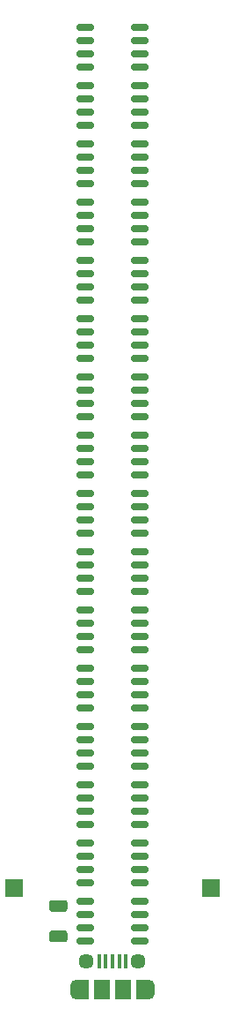
<source format=gbr>
%TF.GenerationSoftware,KiCad,Pcbnew,5.1.9*%
%TF.CreationDate,2021-04-30T20:41:33+02:00*%
%TF.ProjectId,AnalogThermometer,416e616c-6f67-4546-9865-726d6f6d6574,rev?*%
%TF.SameCoordinates,Original*%
%TF.FileFunction,Soldermask,Bot*%
%TF.FilePolarity,Negative*%
%FSLAX46Y46*%
G04 Gerber Fmt 4.6, Leading zero omitted, Abs format (unit mm)*
G04 Created by KiCad (PCBNEW 5.1.9) date 2021-04-30 20:41:33*
%MOMM*%
%LPD*%
G01*
G04 APERTURE LIST*
%ADD10R,1.500000X1.900000*%
%ADD11C,1.450000*%
%ADD12R,0.400000X1.350000*%
%ADD13O,1.200000X1.900000*%
%ADD14R,1.200000X1.900000*%
%ADD15R,1.700000X1.700000*%
G04 APERTURE END LIST*
%TO.C,R2*%
G36*
G01*
X27612503Y-113150000D02*
X26362497Y-113150000D01*
G75*
G02*
X26112500Y-112900003I0J249997D01*
G01*
X26112500Y-112274997D01*
G75*
G02*
X26362497Y-112025000I249997J0D01*
G01*
X27612503Y-112025000D01*
G75*
G02*
X27862500Y-112274997I0J-249997D01*
G01*
X27862500Y-112900003D01*
G75*
G02*
X27612503Y-113150000I-249997J0D01*
G01*
G37*
G36*
G01*
X27612503Y-110225000D02*
X26362497Y-110225000D01*
G75*
G02*
X26112500Y-109975003I0J249997D01*
G01*
X26112500Y-109349997D01*
G75*
G02*
X26362497Y-109100000I249997J0D01*
G01*
X27612503Y-109100000D01*
G75*
G02*
X27862500Y-109349997I0J-249997D01*
G01*
X27862500Y-109975003D01*
G75*
G02*
X27612503Y-110225000I-249997J0D01*
G01*
G37*
%TD*%
%TO.C,U2*%
G36*
G01*
X28744500Y-113180000D02*
X28744500Y-112880000D01*
G75*
G02*
X28894500Y-112730000I150000J0D01*
G01*
X30244500Y-112730000D01*
G75*
G02*
X30394500Y-112880000I0J-150000D01*
G01*
X30394500Y-113180000D01*
G75*
G02*
X30244500Y-113330000I-150000J0D01*
G01*
X28894500Y-113330000D01*
G75*
G02*
X28744500Y-113180000I0J150000D01*
G01*
G37*
G36*
G01*
X28744500Y-111910000D02*
X28744500Y-111610000D01*
G75*
G02*
X28894500Y-111460000I150000J0D01*
G01*
X30244500Y-111460000D01*
G75*
G02*
X30394500Y-111610000I0J-150000D01*
G01*
X30394500Y-111910000D01*
G75*
G02*
X30244500Y-112060000I-150000J0D01*
G01*
X28894500Y-112060000D01*
G75*
G02*
X28744500Y-111910000I0J150000D01*
G01*
G37*
G36*
G01*
X28744500Y-110640000D02*
X28744500Y-110340000D01*
G75*
G02*
X28894500Y-110190000I150000J0D01*
G01*
X30244500Y-110190000D01*
G75*
G02*
X30394500Y-110340000I0J-150000D01*
G01*
X30394500Y-110640000D01*
G75*
G02*
X30244500Y-110790000I-150000J0D01*
G01*
X28894500Y-110790000D01*
G75*
G02*
X28744500Y-110640000I0J150000D01*
G01*
G37*
G36*
G01*
X28744500Y-109370000D02*
X28744500Y-109070000D01*
G75*
G02*
X28894500Y-108920000I150000J0D01*
G01*
X30244500Y-108920000D01*
G75*
G02*
X30394500Y-109070000I0J-150000D01*
G01*
X30394500Y-109370000D01*
G75*
G02*
X30244500Y-109520000I-150000J0D01*
G01*
X28894500Y-109520000D01*
G75*
G02*
X28744500Y-109370000I0J150000D01*
G01*
G37*
G36*
G01*
X33994500Y-109370000D02*
X33994500Y-109070000D01*
G75*
G02*
X34144500Y-108920000I150000J0D01*
G01*
X35494500Y-108920000D01*
G75*
G02*
X35644500Y-109070000I0J-150000D01*
G01*
X35644500Y-109370000D01*
G75*
G02*
X35494500Y-109520000I-150000J0D01*
G01*
X34144500Y-109520000D01*
G75*
G02*
X33994500Y-109370000I0J150000D01*
G01*
G37*
G36*
G01*
X33994500Y-110640000D02*
X33994500Y-110340000D01*
G75*
G02*
X34144500Y-110190000I150000J0D01*
G01*
X35494500Y-110190000D01*
G75*
G02*
X35644500Y-110340000I0J-150000D01*
G01*
X35644500Y-110640000D01*
G75*
G02*
X35494500Y-110790000I-150000J0D01*
G01*
X34144500Y-110790000D01*
G75*
G02*
X33994500Y-110640000I0J150000D01*
G01*
G37*
G36*
G01*
X33994500Y-111910000D02*
X33994500Y-111610000D01*
G75*
G02*
X34144500Y-111460000I150000J0D01*
G01*
X35494500Y-111460000D01*
G75*
G02*
X35644500Y-111610000I0J-150000D01*
G01*
X35644500Y-111910000D01*
G75*
G02*
X35494500Y-112060000I-150000J0D01*
G01*
X34144500Y-112060000D01*
G75*
G02*
X33994500Y-111910000I0J150000D01*
G01*
G37*
G36*
G01*
X33994500Y-113180000D02*
X33994500Y-112880000D01*
G75*
G02*
X34144500Y-112730000I150000J0D01*
G01*
X35494500Y-112730000D01*
G75*
G02*
X35644500Y-112880000I0J-150000D01*
G01*
X35644500Y-113180000D01*
G75*
G02*
X35494500Y-113330000I-150000J0D01*
G01*
X34144500Y-113330000D01*
G75*
G02*
X33994500Y-113180000I0J150000D01*
G01*
G37*
%TD*%
%TO.C,U3*%
G36*
G01*
X33994500Y-29360000D02*
X33994500Y-29060000D01*
G75*
G02*
X34144500Y-28910000I150000J0D01*
G01*
X35494500Y-28910000D01*
G75*
G02*
X35644500Y-29060000I0J-150000D01*
G01*
X35644500Y-29360000D01*
G75*
G02*
X35494500Y-29510000I-150000J0D01*
G01*
X34144500Y-29510000D01*
G75*
G02*
X33994500Y-29360000I0J150000D01*
G01*
G37*
G36*
G01*
X33994500Y-28090000D02*
X33994500Y-27790000D01*
G75*
G02*
X34144500Y-27640000I150000J0D01*
G01*
X35494500Y-27640000D01*
G75*
G02*
X35644500Y-27790000I0J-150000D01*
G01*
X35644500Y-28090000D01*
G75*
G02*
X35494500Y-28240000I-150000J0D01*
G01*
X34144500Y-28240000D01*
G75*
G02*
X33994500Y-28090000I0J150000D01*
G01*
G37*
G36*
G01*
X33994500Y-26820000D02*
X33994500Y-26520000D01*
G75*
G02*
X34144500Y-26370000I150000J0D01*
G01*
X35494500Y-26370000D01*
G75*
G02*
X35644500Y-26520000I0J-150000D01*
G01*
X35644500Y-26820000D01*
G75*
G02*
X35494500Y-26970000I-150000J0D01*
G01*
X34144500Y-26970000D01*
G75*
G02*
X33994500Y-26820000I0J150000D01*
G01*
G37*
G36*
G01*
X33994500Y-25550000D02*
X33994500Y-25250000D01*
G75*
G02*
X34144500Y-25100000I150000J0D01*
G01*
X35494500Y-25100000D01*
G75*
G02*
X35644500Y-25250000I0J-150000D01*
G01*
X35644500Y-25550000D01*
G75*
G02*
X35494500Y-25700000I-150000J0D01*
G01*
X34144500Y-25700000D01*
G75*
G02*
X33994500Y-25550000I0J150000D01*
G01*
G37*
G36*
G01*
X28744500Y-25550000D02*
X28744500Y-25250000D01*
G75*
G02*
X28894500Y-25100000I150000J0D01*
G01*
X30244500Y-25100000D01*
G75*
G02*
X30394500Y-25250000I0J-150000D01*
G01*
X30394500Y-25550000D01*
G75*
G02*
X30244500Y-25700000I-150000J0D01*
G01*
X28894500Y-25700000D01*
G75*
G02*
X28744500Y-25550000I0J150000D01*
G01*
G37*
G36*
G01*
X28744500Y-26820000D02*
X28744500Y-26520000D01*
G75*
G02*
X28894500Y-26370000I150000J0D01*
G01*
X30244500Y-26370000D01*
G75*
G02*
X30394500Y-26520000I0J-150000D01*
G01*
X30394500Y-26820000D01*
G75*
G02*
X30244500Y-26970000I-150000J0D01*
G01*
X28894500Y-26970000D01*
G75*
G02*
X28744500Y-26820000I0J150000D01*
G01*
G37*
G36*
G01*
X28744500Y-28090000D02*
X28744500Y-27790000D01*
G75*
G02*
X28894500Y-27640000I150000J0D01*
G01*
X30244500Y-27640000D01*
G75*
G02*
X30394500Y-27790000I0J-150000D01*
G01*
X30394500Y-28090000D01*
G75*
G02*
X30244500Y-28240000I-150000J0D01*
G01*
X28894500Y-28240000D01*
G75*
G02*
X28744500Y-28090000I0J150000D01*
G01*
G37*
G36*
G01*
X28744500Y-29360000D02*
X28744500Y-29060000D01*
G75*
G02*
X28894500Y-28910000I150000J0D01*
G01*
X30244500Y-28910000D01*
G75*
G02*
X30394500Y-29060000I0J-150000D01*
G01*
X30394500Y-29360000D01*
G75*
G02*
X30244500Y-29510000I-150000J0D01*
G01*
X28894500Y-29510000D01*
G75*
G02*
X28744500Y-29360000I0J150000D01*
G01*
G37*
%TD*%
%TO.C,U4*%
G36*
G01*
X28744500Y-34948000D02*
X28744500Y-34648000D01*
G75*
G02*
X28894500Y-34498000I150000J0D01*
G01*
X30244500Y-34498000D01*
G75*
G02*
X30394500Y-34648000I0J-150000D01*
G01*
X30394500Y-34948000D01*
G75*
G02*
X30244500Y-35098000I-150000J0D01*
G01*
X28894500Y-35098000D01*
G75*
G02*
X28744500Y-34948000I0J150000D01*
G01*
G37*
G36*
G01*
X28744500Y-33678000D02*
X28744500Y-33378000D01*
G75*
G02*
X28894500Y-33228000I150000J0D01*
G01*
X30244500Y-33228000D01*
G75*
G02*
X30394500Y-33378000I0J-150000D01*
G01*
X30394500Y-33678000D01*
G75*
G02*
X30244500Y-33828000I-150000J0D01*
G01*
X28894500Y-33828000D01*
G75*
G02*
X28744500Y-33678000I0J150000D01*
G01*
G37*
G36*
G01*
X28744500Y-32408000D02*
X28744500Y-32108000D01*
G75*
G02*
X28894500Y-31958000I150000J0D01*
G01*
X30244500Y-31958000D01*
G75*
G02*
X30394500Y-32108000I0J-150000D01*
G01*
X30394500Y-32408000D01*
G75*
G02*
X30244500Y-32558000I-150000J0D01*
G01*
X28894500Y-32558000D01*
G75*
G02*
X28744500Y-32408000I0J150000D01*
G01*
G37*
G36*
G01*
X28744500Y-31138000D02*
X28744500Y-30838000D01*
G75*
G02*
X28894500Y-30688000I150000J0D01*
G01*
X30244500Y-30688000D01*
G75*
G02*
X30394500Y-30838000I0J-150000D01*
G01*
X30394500Y-31138000D01*
G75*
G02*
X30244500Y-31288000I-150000J0D01*
G01*
X28894500Y-31288000D01*
G75*
G02*
X28744500Y-31138000I0J150000D01*
G01*
G37*
G36*
G01*
X33994500Y-31138000D02*
X33994500Y-30838000D01*
G75*
G02*
X34144500Y-30688000I150000J0D01*
G01*
X35494500Y-30688000D01*
G75*
G02*
X35644500Y-30838000I0J-150000D01*
G01*
X35644500Y-31138000D01*
G75*
G02*
X35494500Y-31288000I-150000J0D01*
G01*
X34144500Y-31288000D01*
G75*
G02*
X33994500Y-31138000I0J150000D01*
G01*
G37*
G36*
G01*
X33994500Y-32408000D02*
X33994500Y-32108000D01*
G75*
G02*
X34144500Y-31958000I150000J0D01*
G01*
X35494500Y-31958000D01*
G75*
G02*
X35644500Y-32108000I0J-150000D01*
G01*
X35644500Y-32408000D01*
G75*
G02*
X35494500Y-32558000I-150000J0D01*
G01*
X34144500Y-32558000D01*
G75*
G02*
X33994500Y-32408000I0J150000D01*
G01*
G37*
G36*
G01*
X33994500Y-33678000D02*
X33994500Y-33378000D01*
G75*
G02*
X34144500Y-33228000I150000J0D01*
G01*
X35494500Y-33228000D01*
G75*
G02*
X35644500Y-33378000I0J-150000D01*
G01*
X35644500Y-33678000D01*
G75*
G02*
X35494500Y-33828000I-150000J0D01*
G01*
X34144500Y-33828000D01*
G75*
G02*
X33994500Y-33678000I0J150000D01*
G01*
G37*
G36*
G01*
X33994500Y-34948000D02*
X33994500Y-34648000D01*
G75*
G02*
X34144500Y-34498000I150000J0D01*
G01*
X35494500Y-34498000D01*
G75*
G02*
X35644500Y-34648000I0J-150000D01*
G01*
X35644500Y-34948000D01*
G75*
G02*
X35494500Y-35098000I-150000J0D01*
G01*
X34144500Y-35098000D01*
G75*
G02*
X33994500Y-34948000I0J150000D01*
G01*
G37*
%TD*%
%TO.C,U5*%
G36*
G01*
X28744500Y-40536000D02*
X28744500Y-40236000D01*
G75*
G02*
X28894500Y-40086000I150000J0D01*
G01*
X30244500Y-40086000D01*
G75*
G02*
X30394500Y-40236000I0J-150000D01*
G01*
X30394500Y-40536000D01*
G75*
G02*
X30244500Y-40686000I-150000J0D01*
G01*
X28894500Y-40686000D01*
G75*
G02*
X28744500Y-40536000I0J150000D01*
G01*
G37*
G36*
G01*
X28744500Y-39266000D02*
X28744500Y-38966000D01*
G75*
G02*
X28894500Y-38816000I150000J0D01*
G01*
X30244500Y-38816000D01*
G75*
G02*
X30394500Y-38966000I0J-150000D01*
G01*
X30394500Y-39266000D01*
G75*
G02*
X30244500Y-39416000I-150000J0D01*
G01*
X28894500Y-39416000D01*
G75*
G02*
X28744500Y-39266000I0J150000D01*
G01*
G37*
G36*
G01*
X28744500Y-37996000D02*
X28744500Y-37696000D01*
G75*
G02*
X28894500Y-37546000I150000J0D01*
G01*
X30244500Y-37546000D01*
G75*
G02*
X30394500Y-37696000I0J-150000D01*
G01*
X30394500Y-37996000D01*
G75*
G02*
X30244500Y-38146000I-150000J0D01*
G01*
X28894500Y-38146000D01*
G75*
G02*
X28744500Y-37996000I0J150000D01*
G01*
G37*
G36*
G01*
X28744500Y-36726000D02*
X28744500Y-36426000D01*
G75*
G02*
X28894500Y-36276000I150000J0D01*
G01*
X30244500Y-36276000D01*
G75*
G02*
X30394500Y-36426000I0J-150000D01*
G01*
X30394500Y-36726000D01*
G75*
G02*
X30244500Y-36876000I-150000J0D01*
G01*
X28894500Y-36876000D01*
G75*
G02*
X28744500Y-36726000I0J150000D01*
G01*
G37*
G36*
G01*
X33994500Y-36726000D02*
X33994500Y-36426000D01*
G75*
G02*
X34144500Y-36276000I150000J0D01*
G01*
X35494500Y-36276000D01*
G75*
G02*
X35644500Y-36426000I0J-150000D01*
G01*
X35644500Y-36726000D01*
G75*
G02*
X35494500Y-36876000I-150000J0D01*
G01*
X34144500Y-36876000D01*
G75*
G02*
X33994500Y-36726000I0J150000D01*
G01*
G37*
G36*
G01*
X33994500Y-37996000D02*
X33994500Y-37696000D01*
G75*
G02*
X34144500Y-37546000I150000J0D01*
G01*
X35494500Y-37546000D01*
G75*
G02*
X35644500Y-37696000I0J-150000D01*
G01*
X35644500Y-37996000D01*
G75*
G02*
X35494500Y-38146000I-150000J0D01*
G01*
X34144500Y-38146000D01*
G75*
G02*
X33994500Y-37996000I0J150000D01*
G01*
G37*
G36*
G01*
X33994500Y-39266000D02*
X33994500Y-38966000D01*
G75*
G02*
X34144500Y-38816000I150000J0D01*
G01*
X35494500Y-38816000D01*
G75*
G02*
X35644500Y-38966000I0J-150000D01*
G01*
X35644500Y-39266000D01*
G75*
G02*
X35494500Y-39416000I-150000J0D01*
G01*
X34144500Y-39416000D01*
G75*
G02*
X33994500Y-39266000I0J150000D01*
G01*
G37*
G36*
G01*
X33994500Y-40536000D02*
X33994500Y-40236000D01*
G75*
G02*
X34144500Y-40086000I150000J0D01*
G01*
X35494500Y-40086000D01*
G75*
G02*
X35644500Y-40236000I0J-150000D01*
G01*
X35644500Y-40536000D01*
G75*
G02*
X35494500Y-40686000I-150000J0D01*
G01*
X34144500Y-40686000D01*
G75*
G02*
X33994500Y-40536000I0J150000D01*
G01*
G37*
%TD*%
%TO.C,U6*%
G36*
G01*
X28744500Y-46124000D02*
X28744500Y-45824000D01*
G75*
G02*
X28894500Y-45674000I150000J0D01*
G01*
X30244500Y-45674000D01*
G75*
G02*
X30394500Y-45824000I0J-150000D01*
G01*
X30394500Y-46124000D01*
G75*
G02*
X30244500Y-46274000I-150000J0D01*
G01*
X28894500Y-46274000D01*
G75*
G02*
X28744500Y-46124000I0J150000D01*
G01*
G37*
G36*
G01*
X28744500Y-44854000D02*
X28744500Y-44554000D01*
G75*
G02*
X28894500Y-44404000I150000J0D01*
G01*
X30244500Y-44404000D01*
G75*
G02*
X30394500Y-44554000I0J-150000D01*
G01*
X30394500Y-44854000D01*
G75*
G02*
X30244500Y-45004000I-150000J0D01*
G01*
X28894500Y-45004000D01*
G75*
G02*
X28744500Y-44854000I0J150000D01*
G01*
G37*
G36*
G01*
X28744500Y-43584000D02*
X28744500Y-43284000D01*
G75*
G02*
X28894500Y-43134000I150000J0D01*
G01*
X30244500Y-43134000D01*
G75*
G02*
X30394500Y-43284000I0J-150000D01*
G01*
X30394500Y-43584000D01*
G75*
G02*
X30244500Y-43734000I-150000J0D01*
G01*
X28894500Y-43734000D01*
G75*
G02*
X28744500Y-43584000I0J150000D01*
G01*
G37*
G36*
G01*
X28744500Y-42314000D02*
X28744500Y-42014000D01*
G75*
G02*
X28894500Y-41864000I150000J0D01*
G01*
X30244500Y-41864000D01*
G75*
G02*
X30394500Y-42014000I0J-150000D01*
G01*
X30394500Y-42314000D01*
G75*
G02*
X30244500Y-42464000I-150000J0D01*
G01*
X28894500Y-42464000D01*
G75*
G02*
X28744500Y-42314000I0J150000D01*
G01*
G37*
G36*
G01*
X33994500Y-42314000D02*
X33994500Y-42014000D01*
G75*
G02*
X34144500Y-41864000I150000J0D01*
G01*
X35494500Y-41864000D01*
G75*
G02*
X35644500Y-42014000I0J-150000D01*
G01*
X35644500Y-42314000D01*
G75*
G02*
X35494500Y-42464000I-150000J0D01*
G01*
X34144500Y-42464000D01*
G75*
G02*
X33994500Y-42314000I0J150000D01*
G01*
G37*
G36*
G01*
X33994500Y-43584000D02*
X33994500Y-43284000D01*
G75*
G02*
X34144500Y-43134000I150000J0D01*
G01*
X35494500Y-43134000D01*
G75*
G02*
X35644500Y-43284000I0J-150000D01*
G01*
X35644500Y-43584000D01*
G75*
G02*
X35494500Y-43734000I-150000J0D01*
G01*
X34144500Y-43734000D01*
G75*
G02*
X33994500Y-43584000I0J150000D01*
G01*
G37*
G36*
G01*
X33994500Y-44854000D02*
X33994500Y-44554000D01*
G75*
G02*
X34144500Y-44404000I150000J0D01*
G01*
X35494500Y-44404000D01*
G75*
G02*
X35644500Y-44554000I0J-150000D01*
G01*
X35644500Y-44854000D01*
G75*
G02*
X35494500Y-45004000I-150000J0D01*
G01*
X34144500Y-45004000D01*
G75*
G02*
X33994500Y-44854000I0J150000D01*
G01*
G37*
G36*
G01*
X33994500Y-46124000D02*
X33994500Y-45824000D01*
G75*
G02*
X34144500Y-45674000I150000J0D01*
G01*
X35494500Y-45674000D01*
G75*
G02*
X35644500Y-45824000I0J-150000D01*
G01*
X35644500Y-46124000D01*
G75*
G02*
X35494500Y-46274000I-150000J0D01*
G01*
X34144500Y-46274000D01*
G75*
G02*
X33994500Y-46124000I0J150000D01*
G01*
G37*
%TD*%
%TO.C,U7*%
G36*
G01*
X33994500Y-51712000D02*
X33994500Y-51412000D01*
G75*
G02*
X34144500Y-51262000I150000J0D01*
G01*
X35494500Y-51262000D01*
G75*
G02*
X35644500Y-51412000I0J-150000D01*
G01*
X35644500Y-51712000D01*
G75*
G02*
X35494500Y-51862000I-150000J0D01*
G01*
X34144500Y-51862000D01*
G75*
G02*
X33994500Y-51712000I0J150000D01*
G01*
G37*
G36*
G01*
X33994500Y-50442000D02*
X33994500Y-50142000D01*
G75*
G02*
X34144500Y-49992000I150000J0D01*
G01*
X35494500Y-49992000D01*
G75*
G02*
X35644500Y-50142000I0J-150000D01*
G01*
X35644500Y-50442000D01*
G75*
G02*
X35494500Y-50592000I-150000J0D01*
G01*
X34144500Y-50592000D01*
G75*
G02*
X33994500Y-50442000I0J150000D01*
G01*
G37*
G36*
G01*
X33994500Y-49172000D02*
X33994500Y-48872000D01*
G75*
G02*
X34144500Y-48722000I150000J0D01*
G01*
X35494500Y-48722000D01*
G75*
G02*
X35644500Y-48872000I0J-150000D01*
G01*
X35644500Y-49172000D01*
G75*
G02*
X35494500Y-49322000I-150000J0D01*
G01*
X34144500Y-49322000D01*
G75*
G02*
X33994500Y-49172000I0J150000D01*
G01*
G37*
G36*
G01*
X33994500Y-47902000D02*
X33994500Y-47602000D01*
G75*
G02*
X34144500Y-47452000I150000J0D01*
G01*
X35494500Y-47452000D01*
G75*
G02*
X35644500Y-47602000I0J-150000D01*
G01*
X35644500Y-47902000D01*
G75*
G02*
X35494500Y-48052000I-150000J0D01*
G01*
X34144500Y-48052000D01*
G75*
G02*
X33994500Y-47902000I0J150000D01*
G01*
G37*
G36*
G01*
X28744500Y-47902000D02*
X28744500Y-47602000D01*
G75*
G02*
X28894500Y-47452000I150000J0D01*
G01*
X30244500Y-47452000D01*
G75*
G02*
X30394500Y-47602000I0J-150000D01*
G01*
X30394500Y-47902000D01*
G75*
G02*
X30244500Y-48052000I-150000J0D01*
G01*
X28894500Y-48052000D01*
G75*
G02*
X28744500Y-47902000I0J150000D01*
G01*
G37*
G36*
G01*
X28744500Y-49172000D02*
X28744500Y-48872000D01*
G75*
G02*
X28894500Y-48722000I150000J0D01*
G01*
X30244500Y-48722000D01*
G75*
G02*
X30394500Y-48872000I0J-150000D01*
G01*
X30394500Y-49172000D01*
G75*
G02*
X30244500Y-49322000I-150000J0D01*
G01*
X28894500Y-49322000D01*
G75*
G02*
X28744500Y-49172000I0J150000D01*
G01*
G37*
G36*
G01*
X28744500Y-50442000D02*
X28744500Y-50142000D01*
G75*
G02*
X28894500Y-49992000I150000J0D01*
G01*
X30244500Y-49992000D01*
G75*
G02*
X30394500Y-50142000I0J-150000D01*
G01*
X30394500Y-50442000D01*
G75*
G02*
X30244500Y-50592000I-150000J0D01*
G01*
X28894500Y-50592000D01*
G75*
G02*
X28744500Y-50442000I0J150000D01*
G01*
G37*
G36*
G01*
X28744500Y-51712000D02*
X28744500Y-51412000D01*
G75*
G02*
X28894500Y-51262000I150000J0D01*
G01*
X30244500Y-51262000D01*
G75*
G02*
X30394500Y-51412000I0J-150000D01*
G01*
X30394500Y-51712000D01*
G75*
G02*
X30244500Y-51862000I-150000J0D01*
G01*
X28894500Y-51862000D01*
G75*
G02*
X28744500Y-51712000I0J150000D01*
G01*
G37*
%TD*%
%TO.C,U8*%
G36*
G01*
X33994500Y-57300000D02*
X33994500Y-57000000D01*
G75*
G02*
X34144500Y-56850000I150000J0D01*
G01*
X35494500Y-56850000D01*
G75*
G02*
X35644500Y-57000000I0J-150000D01*
G01*
X35644500Y-57300000D01*
G75*
G02*
X35494500Y-57450000I-150000J0D01*
G01*
X34144500Y-57450000D01*
G75*
G02*
X33994500Y-57300000I0J150000D01*
G01*
G37*
G36*
G01*
X33994500Y-56030000D02*
X33994500Y-55730000D01*
G75*
G02*
X34144500Y-55580000I150000J0D01*
G01*
X35494500Y-55580000D01*
G75*
G02*
X35644500Y-55730000I0J-150000D01*
G01*
X35644500Y-56030000D01*
G75*
G02*
X35494500Y-56180000I-150000J0D01*
G01*
X34144500Y-56180000D01*
G75*
G02*
X33994500Y-56030000I0J150000D01*
G01*
G37*
G36*
G01*
X33994500Y-54760000D02*
X33994500Y-54460000D01*
G75*
G02*
X34144500Y-54310000I150000J0D01*
G01*
X35494500Y-54310000D01*
G75*
G02*
X35644500Y-54460000I0J-150000D01*
G01*
X35644500Y-54760000D01*
G75*
G02*
X35494500Y-54910000I-150000J0D01*
G01*
X34144500Y-54910000D01*
G75*
G02*
X33994500Y-54760000I0J150000D01*
G01*
G37*
G36*
G01*
X33994500Y-53490000D02*
X33994500Y-53190000D01*
G75*
G02*
X34144500Y-53040000I150000J0D01*
G01*
X35494500Y-53040000D01*
G75*
G02*
X35644500Y-53190000I0J-150000D01*
G01*
X35644500Y-53490000D01*
G75*
G02*
X35494500Y-53640000I-150000J0D01*
G01*
X34144500Y-53640000D01*
G75*
G02*
X33994500Y-53490000I0J150000D01*
G01*
G37*
G36*
G01*
X28744500Y-53490000D02*
X28744500Y-53190000D01*
G75*
G02*
X28894500Y-53040000I150000J0D01*
G01*
X30244500Y-53040000D01*
G75*
G02*
X30394500Y-53190000I0J-150000D01*
G01*
X30394500Y-53490000D01*
G75*
G02*
X30244500Y-53640000I-150000J0D01*
G01*
X28894500Y-53640000D01*
G75*
G02*
X28744500Y-53490000I0J150000D01*
G01*
G37*
G36*
G01*
X28744500Y-54760000D02*
X28744500Y-54460000D01*
G75*
G02*
X28894500Y-54310000I150000J0D01*
G01*
X30244500Y-54310000D01*
G75*
G02*
X30394500Y-54460000I0J-150000D01*
G01*
X30394500Y-54760000D01*
G75*
G02*
X30244500Y-54910000I-150000J0D01*
G01*
X28894500Y-54910000D01*
G75*
G02*
X28744500Y-54760000I0J150000D01*
G01*
G37*
G36*
G01*
X28744500Y-56030000D02*
X28744500Y-55730000D01*
G75*
G02*
X28894500Y-55580000I150000J0D01*
G01*
X30244500Y-55580000D01*
G75*
G02*
X30394500Y-55730000I0J-150000D01*
G01*
X30394500Y-56030000D01*
G75*
G02*
X30244500Y-56180000I-150000J0D01*
G01*
X28894500Y-56180000D01*
G75*
G02*
X28744500Y-56030000I0J150000D01*
G01*
G37*
G36*
G01*
X28744500Y-57300000D02*
X28744500Y-57000000D01*
G75*
G02*
X28894500Y-56850000I150000J0D01*
G01*
X30244500Y-56850000D01*
G75*
G02*
X30394500Y-57000000I0J-150000D01*
G01*
X30394500Y-57300000D01*
G75*
G02*
X30244500Y-57450000I-150000J0D01*
G01*
X28894500Y-57450000D01*
G75*
G02*
X28744500Y-57300000I0J150000D01*
G01*
G37*
%TD*%
%TO.C,U9*%
G36*
G01*
X28744500Y-62888000D02*
X28744500Y-62588000D01*
G75*
G02*
X28894500Y-62438000I150000J0D01*
G01*
X30244500Y-62438000D01*
G75*
G02*
X30394500Y-62588000I0J-150000D01*
G01*
X30394500Y-62888000D01*
G75*
G02*
X30244500Y-63038000I-150000J0D01*
G01*
X28894500Y-63038000D01*
G75*
G02*
X28744500Y-62888000I0J150000D01*
G01*
G37*
G36*
G01*
X28744500Y-61618000D02*
X28744500Y-61318000D01*
G75*
G02*
X28894500Y-61168000I150000J0D01*
G01*
X30244500Y-61168000D01*
G75*
G02*
X30394500Y-61318000I0J-150000D01*
G01*
X30394500Y-61618000D01*
G75*
G02*
X30244500Y-61768000I-150000J0D01*
G01*
X28894500Y-61768000D01*
G75*
G02*
X28744500Y-61618000I0J150000D01*
G01*
G37*
G36*
G01*
X28744500Y-60348000D02*
X28744500Y-60048000D01*
G75*
G02*
X28894500Y-59898000I150000J0D01*
G01*
X30244500Y-59898000D01*
G75*
G02*
X30394500Y-60048000I0J-150000D01*
G01*
X30394500Y-60348000D01*
G75*
G02*
X30244500Y-60498000I-150000J0D01*
G01*
X28894500Y-60498000D01*
G75*
G02*
X28744500Y-60348000I0J150000D01*
G01*
G37*
G36*
G01*
X28744500Y-59078000D02*
X28744500Y-58778000D01*
G75*
G02*
X28894500Y-58628000I150000J0D01*
G01*
X30244500Y-58628000D01*
G75*
G02*
X30394500Y-58778000I0J-150000D01*
G01*
X30394500Y-59078000D01*
G75*
G02*
X30244500Y-59228000I-150000J0D01*
G01*
X28894500Y-59228000D01*
G75*
G02*
X28744500Y-59078000I0J150000D01*
G01*
G37*
G36*
G01*
X33994500Y-59078000D02*
X33994500Y-58778000D01*
G75*
G02*
X34144500Y-58628000I150000J0D01*
G01*
X35494500Y-58628000D01*
G75*
G02*
X35644500Y-58778000I0J-150000D01*
G01*
X35644500Y-59078000D01*
G75*
G02*
X35494500Y-59228000I-150000J0D01*
G01*
X34144500Y-59228000D01*
G75*
G02*
X33994500Y-59078000I0J150000D01*
G01*
G37*
G36*
G01*
X33994500Y-60348000D02*
X33994500Y-60048000D01*
G75*
G02*
X34144500Y-59898000I150000J0D01*
G01*
X35494500Y-59898000D01*
G75*
G02*
X35644500Y-60048000I0J-150000D01*
G01*
X35644500Y-60348000D01*
G75*
G02*
X35494500Y-60498000I-150000J0D01*
G01*
X34144500Y-60498000D01*
G75*
G02*
X33994500Y-60348000I0J150000D01*
G01*
G37*
G36*
G01*
X33994500Y-61618000D02*
X33994500Y-61318000D01*
G75*
G02*
X34144500Y-61168000I150000J0D01*
G01*
X35494500Y-61168000D01*
G75*
G02*
X35644500Y-61318000I0J-150000D01*
G01*
X35644500Y-61618000D01*
G75*
G02*
X35494500Y-61768000I-150000J0D01*
G01*
X34144500Y-61768000D01*
G75*
G02*
X33994500Y-61618000I0J150000D01*
G01*
G37*
G36*
G01*
X33994500Y-62888000D02*
X33994500Y-62588000D01*
G75*
G02*
X34144500Y-62438000I150000J0D01*
G01*
X35494500Y-62438000D01*
G75*
G02*
X35644500Y-62588000I0J-150000D01*
G01*
X35644500Y-62888000D01*
G75*
G02*
X35494500Y-63038000I-150000J0D01*
G01*
X34144500Y-63038000D01*
G75*
G02*
X33994500Y-62888000I0J150000D01*
G01*
G37*
%TD*%
%TO.C,U10*%
G36*
G01*
X28744500Y-68476000D02*
X28744500Y-68176000D01*
G75*
G02*
X28894500Y-68026000I150000J0D01*
G01*
X30244500Y-68026000D01*
G75*
G02*
X30394500Y-68176000I0J-150000D01*
G01*
X30394500Y-68476000D01*
G75*
G02*
X30244500Y-68626000I-150000J0D01*
G01*
X28894500Y-68626000D01*
G75*
G02*
X28744500Y-68476000I0J150000D01*
G01*
G37*
G36*
G01*
X28744500Y-67206000D02*
X28744500Y-66906000D01*
G75*
G02*
X28894500Y-66756000I150000J0D01*
G01*
X30244500Y-66756000D01*
G75*
G02*
X30394500Y-66906000I0J-150000D01*
G01*
X30394500Y-67206000D01*
G75*
G02*
X30244500Y-67356000I-150000J0D01*
G01*
X28894500Y-67356000D01*
G75*
G02*
X28744500Y-67206000I0J150000D01*
G01*
G37*
G36*
G01*
X28744500Y-65936000D02*
X28744500Y-65636000D01*
G75*
G02*
X28894500Y-65486000I150000J0D01*
G01*
X30244500Y-65486000D01*
G75*
G02*
X30394500Y-65636000I0J-150000D01*
G01*
X30394500Y-65936000D01*
G75*
G02*
X30244500Y-66086000I-150000J0D01*
G01*
X28894500Y-66086000D01*
G75*
G02*
X28744500Y-65936000I0J150000D01*
G01*
G37*
G36*
G01*
X28744500Y-64666000D02*
X28744500Y-64366000D01*
G75*
G02*
X28894500Y-64216000I150000J0D01*
G01*
X30244500Y-64216000D01*
G75*
G02*
X30394500Y-64366000I0J-150000D01*
G01*
X30394500Y-64666000D01*
G75*
G02*
X30244500Y-64816000I-150000J0D01*
G01*
X28894500Y-64816000D01*
G75*
G02*
X28744500Y-64666000I0J150000D01*
G01*
G37*
G36*
G01*
X33994500Y-64666000D02*
X33994500Y-64366000D01*
G75*
G02*
X34144500Y-64216000I150000J0D01*
G01*
X35494500Y-64216000D01*
G75*
G02*
X35644500Y-64366000I0J-150000D01*
G01*
X35644500Y-64666000D01*
G75*
G02*
X35494500Y-64816000I-150000J0D01*
G01*
X34144500Y-64816000D01*
G75*
G02*
X33994500Y-64666000I0J150000D01*
G01*
G37*
G36*
G01*
X33994500Y-65936000D02*
X33994500Y-65636000D01*
G75*
G02*
X34144500Y-65486000I150000J0D01*
G01*
X35494500Y-65486000D01*
G75*
G02*
X35644500Y-65636000I0J-150000D01*
G01*
X35644500Y-65936000D01*
G75*
G02*
X35494500Y-66086000I-150000J0D01*
G01*
X34144500Y-66086000D01*
G75*
G02*
X33994500Y-65936000I0J150000D01*
G01*
G37*
G36*
G01*
X33994500Y-67206000D02*
X33994500Y-66906000D01*
G75*
G02*
X34144500Y-66756000I150000J0D01*
G01*
X35494500Y-66756000D01*
G75*
G02*
X35644500Y-66906000I0J-150000D01*
G01*
X35644500Y-67206000D01*
G75*
G02*
X35494500Y-67356000I-150000J0D01*
G01*
X34144500Y-67356000D01*
G75*
G02*
X33994500Y-67206000I0J150000D01*
G01*
G37*
G36*
G01*
X33994500Y-68476000D02*
X33994500Y-68176000D01*
G75*
G02*
X34144500Y-68026000I150000J0D01*
G01*
X35494500Y-68026000D01*
G75*
G02*
X35644500Y-68176000I0J-150000D01*
G01*
X35644500Y-68476000D01*
G75*
G02*
X35494500Y-68626000I-150000J0D01*
G01*
X34144500Y-68626000D01*
G75*
G02*
X33994500Y-68476000I0J150000D01*
G01*
G37*
%TD*%
%TO.C,U11*%
G36*
G01*
X28744500Y-74064000D02*
X28744500Y-73764000D01*
G75*
G02*
X28894500Y-73614000I150000J0D01*
G01*
X30244500Y-73614000D01*
G75*
G02*
X30394500Y-73764000I0J-150000D01*
G01*
X30394500Y-74064000D01*
G75*
G02*
X30244500Y-74214000I-150000J0D01*
G01*
X28894500Y-74214000D01*
G75*
G02*
X28744500Y-74064000I0J150000D01*
G01*
G37*
G36*
G01*
X28744500Y-72794000D02*
X28744500Y-72494000D01*
G75*
G02*
X28894500Y-72344000I150000J0D01*
G01*
X30244500Y-72344000D01*
G75*
G02*
X30394500Y-72494000I0J-150000D01*
G01*
X30394500Y-72794000D01*
G75*
G02*
X30244500Y-72944000I-150000J0D01*
G01*
X28894500Y-72944000D01*
G75*
G02*
X28744500Y-72794000I0J150000D01*
G01*
G37*
G36*
G01*
X28744500Y-71524000D02*
X28744500Y-71224000D01*
G75*
G02*
X28894500Y-71074000I150000J0D01*
G01*
X30244500Y-71074000D01*
G75*
G02*
X30394500Y-71224000I0J-150000D01*
G01*
X30394500Y-71524000D01*
G75*
G02*
X30244500Y-71674000I-150000J0D01*
G01*
X28894500Y-71674000D01*
G75*
G02*
X28744500Y-71524000I0J150000D01*
G01*
G37*
G36*
G01*
X28744500Y-70254000D02*
X28744500Y-69954000D01*
G75*
G02*
X28894500Y-69804000I150000J0D01*
G01*
X30244500Y-69804000D01*
G75*
G02*
X30394500Y-69954000I0J-150000D01*
G01*
X30394500Y-70254000D01*
G75*
G02*
X30244500Y-70404000I-150000J0D01*
G01*
X28894500Y-70404000D01*
G75*
G02*
X28744500Y-70254000I0J150000D01*
G01*
G37*
G36*
G01*
X33994500Y-70254000D02*
X33994500Y-69954000D01*
G75*
G02*
X34144500Y-69804000I150000J0D01*
G01*
X35494500Y-69804000D01*
G75*
G02*
X35644500Y-69954000I0J-150000D01*
G01*
X35644500Y-70254000D01*
G75*
G02*
X35494500Y-70404000I-150000J0D01*
G01*
X34144500Y-70404000D01*
G75*
G02*
X33994500Y-70254000I0J150000D01*
G01*
G37*
G36*
G01*
X33994500Y-71524000D02*
X33994500Y-71224000D01*
G75*
G02*
X34144500Y-71074000I150000J0D01*
G01*
X35494500Y-71074000D01*
G75*
G02*
X35644500Y-71224000I0J-150000D01*
G01*
X35644500Y-71524000D01*
G75*
G02*
X35494500Y-71674000I-150000J0D01*
G01*
X34144500Y-71674000D01*
G75*
G02*
X33994500Y-71524000I0J150000D01*
G01*
G37*
G36*
G01*
X33994500Y-72794000D02*
X33994500Y-72494000D01*
G75*
G02*
X34144500Y-72344000I150000J0D01*
G01*
X35494500Y-72344000D01*
G75*
G02*
X35644500Y-72494000I0J-150000D01*
G01*
X35644500Y-72794000D01*
G75*
G02*
X35494500Y-72944000I-150000J0D01*
G01*
X34144500Y-72944000D01*
G75*
G02*
X33994500Y-72794000I0J150000D01*
G01*
G37*
G36*
G01*
X33994500Y-74064000D02*
X33994500Y-73764000D01*
G75*
G02*
X34144500Y-73614000I150000J0D01*
G01*
X35494500Y-73614000D01*
G75*
G02*
X35644500Y-73764000I0J-150000D01*
G01*
X35644500Y-74064000D01*
G75*
G02*
X35494500Y-74214000I-150000J0D01*
G01*
X34144500Y-74214000D01*
G75*
G02*
X33994500Y-74064000I0J150000D01*
G01*
G37*
%TD*%
%TO.C,U12*%
G36*
G01*
X33994500Y-79652000D02*
X33994500Y-79352000D01*
G75*
G02*
X34144500Y-79202000I150000J0D01*
G01*
X35494500Y-79202000D01*
G75*
G02*
X35644500Y-79352000I0J-150000D01*
G01*
X35644500Y-79652000D01*
G75*
G02*
X35494500Y-79802000I-150000J0D01*
G01*
X34144500Y-79802000D01*
G75*
G02*
X33994500Y-79652000I0J150000D01*
G01*
G37*
G36*
G01*
X33994500Y-78382000D02*
X33994500Y-78082000D01*
G75*
G02*
X34144500Y-77932000I150000J0D01*
G01*
X35494500Y-77932000D01*
G75*
G02*
X35644500Y-78082000I0J-150000D01*
G01*
X35644500Y-78382000D01*
G75*
G02*
X35494500Y-78532000I-150000J0D01*
G01*
X34144500Y-78532000D01*
G75*
G02*
X33994500Y-78382000I0J150000D01*
G01*
G37*
G36*
G01*
X33994500Y-77112000D02*
X33994500Y-76812000D01*
G75*
G02*
X34144500Y-76662000I150000J0D01*
G01*
X35494500Y-76662000D01*
G75*
G02*
X35644500Y-76812000I0J-150000D01*
G01*
X35644500Y-77112000D01*
G75*
G02*
X35494500Y-77262000I-150000J0D01*
G01*
X34144500Y-77262000D01*
G75*
G02*
X33994500Y-77112000I0J150000D01*
G01*
G37*
G36*
G01*
X33994500Y-75842000D02*
X33994500Y-75542000D01*
G75*
G02*
X34144500Y-75392000I150000J0D01*
G01*
X35494500Y-75392000D01*
G75*
G02*
X35644500Y-75542000I0J-150000D01*
G01*
X35644500Y-75842000D01*
G75*
G02*
X35494500Y-75992000I-150000J0D01*
G01*
X34144500Y-75992000D01*
G75*
G02*
X33994500Y-75842000I0J150000D01*
G01*
G37*
G36*
G01*
X28744500Y-75842000D02*
X28744500Y-75542000D01*
G75*
G02*
X28894500Y-75392000I150000J0D01*
G01*
X30244500Y-75392000D01*
G75*
G02*
X30394500Y-75542000I0J-150000D01*
G01*
X30394500Y-75842000D01*
G75*
G02*
X30244500Y-75992000I-150000J0D01*
G01*
X28894500Y-75992000D01*
G75*
G02*
X28744500Y-75842000I0J150000D01*
G01*
G37*
G36*
G01*
X28744500Y-77112000D02*
X28744500Y-76812000D01*
G75*
G02*
X28894500Y-76662000I150000J0D01*
G01*
X30244500Y-76662000D01*
G75*
G02*
X30394500Y-76812000I0J-150000D01*
G01*
X30394500Y-77112000D01*
G75*
G02*
X30244500Y-77262000I-150000J0D01*
G01*
X28894500Y-77262000D01*
G75*
G02*
X28744500Y-77112000I0J150000D01*
G01*
G37*
G36*
G01*
X28744500Y-78382000D02*
X28744500Y-78082000D01*
G75*
G02*
X28894500Y-77932000I150000J0D01*
G01*
X30244500Y-77932000D01*
G75*
G02*
X30394500Y-78082000I0J-150000D01*
G01*
X30394500Y-78382000D01*
G75*
G02*
X30244500Y-78532000I-150000J0D01*
G01*
X28894500Y-78532000D01*
G75*
G02*
X28744500Y-78382000I0J150000D01*
G01*
G37*
G36*
G01*
X28744500Y-79652000D02*
X28744500Y-79352000D01*
G75*
G02*
X28894500Y-79202000I150000J0D01*
G01*
X30244500Y-79202000D01*
G75*
G02*
X30394500Y-79352000I0J-150000D01*
G01*
X30394500Y-79652000D01*
G75*
G02*
X30244500Y-79802000I-150000J0D01*
G01*
X28894500Y-79802000D01*
G75*
G02*
X28744500Y-79652000I0J150000D01*
G01*
G37*
%TD*%
%TO.C,U13*%
G36*
G01*
X33994500Y-85240000D02*
X33994500Y-84940000D01*
G75*
G02*
X34144500Y-84790000I150000J0D01*
G01*
X35494500Y-84790000D01*
G75*
G02*
X35644500Y-84940000I0J-150000D01*
G01*
X35644500Y-85240000D01*
G75*
G02*
X35494500Y-85390000I-150000J0D01*
G01*
X34144500Y-85390000D01*
G75*
G02*
X33994500Y-85240000I0J150000D01*
G01*
G37*
G36*
G01*
X33994500Y-83970000D02*
X33994500Y-83670000D01*
G75*
G02*
X34144500Y-83520000I150000J0D01*
G01*
X35494500Y-83520000D01*
G75*
G02*
X35644500Y-83670000I0J-150000D01*
G01*
X35644500Y-83970000D01*
G75*
G02*
X35494500Y-84120000I-150000J0D01*
G01*
X34144500Y-84120000D01*
G75*
G02*
X33994500Y-83970000I0J150000D01*
G01*
G37*
G36*
G01*
X33994500Y-82700000D02*
X33994500Y-82400000D01*
G75*
G02*
X34144500Y-82250000I150000J0D01*
G01*
X35494500Y-82250000D01*
G75*
G02*
X35644500Y-82400000I0J-150000D01*
G01*
X35644500Y-82700000D01*
G75*
G02*
X35494500Y-82850000I-150000J0D01*
G01*
X34144500Y-82850000D01*
G75*
G02*
X33994500Y-82700000I0J150000D01*
G01*
G37*
G36*
G01*
X33994500Y-81430000D02*
X33994500Y-81130000D01*
G75*
G02*
X34144500Y-80980000I150000J0D01*
G01*
X35494500Y-80980000D01*
G75*
G02*
X35644500Y-81130000I0J-150000D01*
G01*
X35644500Y-81430000D01*
G75*
G02*
X35494500Y-81580000I-150000J0D01*
G01*
X34144500Y-81580000D01*
G75*
G02*
X33994500Y-81430000I0J150000D01*
G01*
G37*
G36*
G01*
X28744500Y-81430000D02*
X28744500Y-81130000D01*
G75*
G02*
X28894500Y-80980000I150000J0D01*
G01*
X30244500Y-80980000D01*
G75*
G02*
X30394500Y-81130000I0J-150000D01*
G01*
X30394500Y-81430000D01*
G75*
G02*
X30244500Y-81580000I-150000J0D01*
G01*
X28894500Y-81580000D01*
G75*
G02*
X28744500Y-81430000I0J150000D01*
G01*
G37*
G36*
G01*
X28744500Y-82700000D02*
X28744500Y-82400000D01*
G75*
G02*
X28894500Y-82250000I150000J0D01*
G01*
X30244500Y-82250000D01*
G75*
G02*
X30394500Y-82400000I0J-150000D01*
G01*
X30394500Y-82700000D01*
G75*
G02*
X30244500Y-82850000I-150000J0D01*
G01*
X28894500Y-82850000D01*
G75*
G02*
X28744500Y-82700000I0J150000D01*
G01*
G37*
G36*
G01*
X28744500Y-83970000D02*
X28744500Y-83670000D01*
G75*
G02*
X28894500Y-83520000I150000J0D01*
G01*
X30244500Y-83520000D01*
G75*
G02*
X30394500Y-83670000I0J-150000D01*
G01*
X30394500Y-83970000D01*
G75*
G02*
X30244500Y-84120000I-150000J0D01*
G01*
X28894500Y-84120000D01*
G75*
G02*
X28744500Y-83970000I0J150000D01*
G01*
G37*
G36*
G01*
X28744500Y-85240000D02*
X28744500Y-84940000D01*
G75*
G02*
X28894500Y-84790000I150000J0D01*
G01*
X30244500Y-84790000D01*
G75*
G02*
X30394500Y-84940000I0J-150000D01*
G01*
X30394500Y-85240000D01*
G75*
G02*
X30244500Y-85390000I-150000J0D01*
G01*
X28894500Y-85390000D01*
G75*
G02*
X28744500Y-85240000I0J150000D01*
G01*
G37*
%TD*%
%TO.C,U14*%
G36*
G01*
X33994500Y-90828000D02*
X33994500Y-90528000D01*
G75*
G02*
X34144500Y-90378000I150000J0D01*
G01*
X35494500Y-90378000D01*
G75*
G02*
X35644500Y-90528000I0J-150000D01*
G01*
X35644500Y-90828000D01*
G75*
G02*
X35494500Y-90978000I-150000J0D01*
G01*
X34144500Y-90978000D01*
G75*
G02*
X33994500Y-90828000I0J150000D01*
G01*
G37*
G36*
G01*
X33994500Y-89558000D02*
X33994500Y-89258000D01*
G75*
G02*
X34144500Y-89108000I150000J0D01*
G01*
X35494500Y-89108000D01*
G75*
G02*
X35644500Y-89258000I0J-150000D01*
G01*
X35644500Y-89558000D01*
G75*
G02*
X35494500Y-89708000I-150000J0D01*
G01*
X34144500Y-89708000D01*
G75*
G02*
X33994500Y-89558000I0J150000D01*
G01*
G37*
G36*
G01*
X33994500Y-88288000D02*
X33994500Y-87988000D01*
G75*
G02*
X34144500Y-87838000I150000J0D01*
G01*
X35494500Y-87838000D01*
G75*
G02*
X35644500Y-87988000I0J-150000D01*
G01*
X35644500Y-88288000D01*
G75*
G02*
X35494500Y-88438000I-150000J0D01*
G01*
X34144500Y-88438000D01*
G75*
G02*
X33994500Y-88288000I0J150000D01*
G01*
G37*
G36*
G01*
X33994500Y-87018000D02*
X33994500Y-86718000D01*
G75*
G02*
X34144500Y-86568000I150000J0D01*
G01*
X35494500Y-86568000D01*
G75*
G02*
X35644500Y-86718000I0J-150000D01*
G01*
X35644500Y-87018000D01*
G75*
G02*
X35494500Y-87168000I-150000J0D01*
G01*
X34144500Y-87168000D01*
G75*
G02*
X33994500Y-87018000I0J150000D01*
G01*
G37*
G36*
G01*
X28744500Y-87018000D02*
X28744500Y-86718000D01*
G75*
G02*
X28894500Y-86568000I150000J0D01*
G01*
X30244500Y-86568000D01*
G75*
G02*
X30394500Y-86718000I0J-150000D01*
G01*
X30394500Y-87018000D01*
G75*
G02*
X30244500Y-87168000I-150000J0D01*
G01*
X28894500Y-87168000D01*
G75*
G02*
X28744500Y-87018000I0J150000D01*
G01*
G37*
G36*
G01*
X28744500Y-88288000D02*
X28744500Y-87988000D01*
G75*
G02*
X28894500Y-87838000I150000J0D01*
G01*
X30244500Y-87838000D01*
G75*
G02*
X30394500Y-87988000I0J-150000D01*
G01*
X30394500Y-88288000D01*
G75*
G02*
X30244500Y-88438000I-150000J0D01*
G01*
X28894500Y-88438000D01*
G75*
G02*
X28744500Y-88288000I0J150000D01*
G01*
G37*
G36*
G01*
X28744500Y-89558000D02*
X28744500Y-89258000D01*
G75*
G02*
X28894500Y-89108000I150000J0D01*
G01*
X30244500Y-89108000D01*
G75*
G02*
X30394500Y-89258000I0J-150000D01*
G01*
X30394500Y-89558000D01*
G75*
G02*
X30244500Y-89708000I-150000J0D01*
G01*
X28894500Y-89708000D01*
G75*
G02*
X28744500Y-89558000I0J150000D01*
G01*
G37*
G36*
G01*
X28744500Y-90828000D02*
X28744500Y-90528000D01*
G75*
G02*
X28894500Y-90378000I150000J0D01*
G01*
X30244500Y-90378000D01*
G75*
G02*
X30394500Y-90528000I0J-150000D01*
G01*
X30394500Y-90828000D01*
G75*
G02*
X30244500Y-90978000I-150000J0D01*
G01*
X28894500Y-90978000D01*
G75*
G02*
X28744500Y-90828000I0J150000D01*
G01*
G37*
%TD*%
%TO.C,U15*%
G36*
G01*
X28744500Y-96416000D02*
X28744500Y-96116000D01*
G75*
G02*
X28894500Y-95966000I150000J0D01*
G01*
X30244500Y-95966000D01*
G75*
G02*
X30394500Y-96116000I0J-150000D01*
G01*
X30394500Y-96416000D01*
G75*
G02*
X30244500Y-96566000I-150000J0D01*
G01*
X28894500Y-96566000D01*
G75*
G02*
X28744500Y-96416000I0J150000D01*
G01*
G37*
G36*
G01*
X28744500Y-95146000D02*
X28744500Y-94846000D01*
G75*
G02*
X28894500Y-94696000I150000J0D01*
G01*
X30244500Y-94696000D01*
G75*
G02*
X30394500Y-94846000I0J-150000D01*
G01*
X30394500Y-95146000D01*
G75*
G02*
X30244500Y-95296000I-150000J0D01*
G01*
X28894500Y-95296000D01*
G75*
G02*
X28744500Y-95146000I0J150000D01*
G01*
G37*
G36*
G01*
X28744500Y-93876000D02*
X28744500Y-93576000D01*
G75*
G02*
X28894500Y-93426000I150000J0D01*
G01*
X30244500Y-93426000D01*
G75*
G02*
X30394500Y-93576000I0J-150000D01*
G01*
X30394500Y-93876000D01*
G75*
G02*
X30244500Y-94026000I-150000J0D01*
G01*
X28894500Y-94026000D01*
G75*
G02*
X28744500Y-93876000I0J150000D01*
G01*
G37*
G36*
G01*
X28744500Y-92606000D02*
X28744500Y-92306000D01*
G75*
G02*
X28894500Y-92156000I150000J0D01*
G01*
X30244500Y-92156000D01*
G75*
G02*
X30394500Y-92306000I0J-150000D01*
G01*
X30394500Y-92606000D01*
G75*
G02*
X30244500Y-92756000I-150000J0D01*
G01*
X28894500Y-92756000D01*
G75*
G02*
X28744500Y-92606000I0J150000D01*
G01*
G37*
G36*
G01*
X33994500Y-92606000D02*
X33994500Y-92306000D01*
G75*
G02*
X34144500Y-92156000I150000J0D01*
G01*
X35494500Y-92156000D01*
G75*
G02*
X35644500Y-92306000I0J-150000D01*
G01*
X35644500Y-92606000D01*
G75*
G02*
X35494500Y-92756000I-150000J0D01*
G01*
X34144500Y-92756000D01*
G75*
G02*
X33994500Y-92606000I0J150000D01*
G01*
G37*
G36*
G01*
X33994500Y-93876000D02*
X33994500Y-93576000D01*
G75*
G02*
X34144500Y-93426000I150000J0D01*
G01*
X35494500Y-93426000D01*
G75*
G02*
X35644500Y-93576000I0J-150000D01*
G01*
X35644500Y-93876000D01*
G75*
G02*
X35494500Y-94026000I-150000J0D01*
G01*
X34144500Y-94026000D01*
G75*
G02*
X33994500Y-93876000I0J150000D01*
G01*
G37*
G36*
G01*
X33994500Y-95146000D02*
X33994500Y-94846000D01*
G75*
G02*
X34144500Y-94696000I150000J0D01*
G01*
X35494500Y-94696000D01*
G75*
G02*
X35644500Y-94846000I0J-150000D01*
G01*
X35644500Y-95146000D01*
G75*
G02*
X35494500Y-95296000I-150000J0D01*
G01*
X34144500Y-95296000D01*
G75*
G02*
X33994500Y-95146000I0J150000D01*
G01*
G37*
G36*
G01*
X33994500Y-96416000D02*
X33994500Y-96116000D01*
G75*
G02*
X34144500Y-95966000I150000J0D01*
G01*
X35494500Y-95966000D01*
G75*
G02*
X35644500Y-96116000I0J-150000D01*
G01*
X35644500Y-96416000D01*
G75*
G02*
X35494500Y-96566000I-150000J0D01*
G01*
X34144500Y-96566000D01*
G75*
G02*
X33994500Y-96416000I0J150000D01*
G01*
G37*
%TD*%
%TO.C,U16*%
G36*
G01*
X28744500Y-102004000D02*
X28744500Y-101704000D01*
G75*
G02*
X28894500Y-101554000I150000J0D01*
G01*
X30244500Y-101554000D01*
G75*
G02*
X30394500Y-101704000I0J-150000D01*
G01*
X30394500Y-102004000D01*
G75*
G02*
X30244500Y-102154000I-150000J0D01*
G01*
X28894500Y-102154000D01*
G75*
G02*
X28744500Y-102004000I0J150000D01*
G01*
G37*
G36*
G01*
X28744500Y-100734000D02*
X28744500Y-100434000D01*
G75*
G02*
X28894500Y-100284000I150000J0D01*
G01*
X30244500Y-100284000D01*
G75*
G02*
X30394500Y-100434000I0J-150000D01*
G01*
X30394500Y-100734000D01*
G75*
G02*
X30244500Y-100884000I-150000J0D01*
G01*
X28894500Y-100884000D01*
G75*
G02*
X28744500Y-100734000I0J150000D01*
G01*
G37*
G36*
G01*
X28744500Y-99464000D02*
X28744500Y-99164000D01*
G75*
G02*
X28894500Y-99014000I150000J0D01*
G01*
X30244500Y-99014000D01*
G75*
G02*
X30394500Y-99164000I0J-150000D01*
G01*
X30394500Y-99464000D01*
G75*
G02*
X30244500Y-99614000I-150000J0D01*
G01*
X28894500Y-99614000D01*
G75*
G02*
X28744500Y-99464000I0J150000D01*
G01*
G37*
G36*
G01*
X28744500Y-98194000D02*
X28744500Y-97894000D01*
G75*
G02*
X28894500Y-97744000I150000J0D01*
G01*
X30244500Y-97744000D01*
G75*
G02*
X30394500Y-97894000I0J-150000D01*
G01*
X30394500Y-98194000D01*
G75*
G02*
X30244500Y-98344000I-150000J0D01*
G01*
X28894500Y-98344000D01*
G75*
G02*
X28744500Y-98194000I0J150000D01*
G01*
G37*
G36*
G01*
X33994500Y-98194000D02*
X33994500Y-97894000D01*
G75*
G02*
X34144500Y-97744000I150000J0D01*
G01*
X35494500Y-97744000D01*
G75*
G02*
X35644500Y-97894000I0J-150000D01*
G01*
X35644500Y-98194000D01*
G75*
G02*
X35494500Y-98344000I-150000J0D01*
G01*
X34144500Y-98344000D01*
G75*
G02*
X33994500Y-98194000I0J150000D01*
G01*
G37*
G36*
G01*
X33994500Y-99464000D02*
X33994500Y-99164000D01*
G75*
G02*
X34144500Y-99014000I150000J0D01*
G01*
X35494500Y-99014000D01*
G75*
G02*
X35644500Y-99164000I0J-150000D01*
G01*
X35644500Y-99464000D01*
G75*
G02*
X35494500Y-99614000I-150000J0D01*
G01*
X34144500Y-99614000D01*
G75*
G02*
X33994500Y-99464000I0J150000D01*
G01*
G37*
G36*
G01*
X33994500Y-100734000D02*
X33994500Y-100434000D01*
G75*
G02*
X34144500Y-100284000I150000J0D01*
G01*
X35494500Y-100284000D01*
G75*
G02*
X35644500Y-100434000I0J-150000D01*
G01*
X35644500Y-100734000D01*
G75*
G02*
X35494500Y-100884000I-150000J0D01*
G01*
X34144500Y-100884000D01*
G75*
G02*
X33994500Y-100734000I0J150000D01*
G01*
G37*
G36*
G01*
X33994500Y-102004000D02*
X33994500Y-101704000D01*
G75*
G02*
X34144500Y-101554000I150000J0D01*
G01*
X35494500Y-101554000D01*
G75*
G02*
X35644500Y-101704000I0J-150000D01*
G01*
X35644500Y-102004000D01*
G75*
G02*
X35494500Y-102154000I-150000J0D01*
G01*
X34144500Y-102154000D01*
G75*
G02*
X33994500Y-102004000I0J150000D01*
G01*
G37*
%TD*%
%TO.C,U17*%
G36*
G01*
X33994500Y-107592000D02*
X33994500Y-107292000D01*
G75*
G02*
X34144500Y-107142000I150000J0D01*
G01*
X35494500Y-107142000D01*
G75*
G02*
X35644500Y-107292000I0J-150000D01*
G01*
X35644500Y-107592000D01*
G75*
G02*
X35494500Y-107742000I-150000J0D01*
G01*
X34144500Y-107742000D01*
G75*
G02*
X33994500Y-107592000I0J150000D01*
G01*
G37*
G36*
G01*
X33994500Y-106322000D02*
X33994500Y-106022000D01*
G75*
G02*
X34144500Y-105872000I150000J0D01*
G01*
X35494500Y-105872000D01*
G75*
G02*
X35644500Y-106022000I0J-150000D01*
G01*
X35644500Y-106322000D01*
G75*
G02*
X35494500Y-106472000I-150000J0D01*
G01*
X34144500Y-106472000D01*
G75*
G02*
X33994500Y-106322000I0J150000D01*
G01*
G37*
G36*
G01*
X33994500Y-105052000D02*
X33994500Y-104752000D01*
G75*
G02*
X34144500Y-104602000I150000J0D01*
G01*
X35494500Y-104602000D01*
G75*
G02*
X35644500Y-104752000I0J-150000D01*
G01*
X35644500Y-105052000D01*
G75*
G02*
X35494500Y-105202000I-150000J0D01*
G01*
X34144500Y-105202000D01*
G75*
G02*
X33994500Y-105052000I0J150000D01*
G01*
G37*
G36*
G01*
X33994500Y-103782000D02*
X33994500Y-103482000D01*
G75*
G02*
X34144500Y-103332000I150000J0D01*
G01*
X35494500Y-103332000D01*
G75*
G02*
X35644500Y-103482000I0J-150000D01*
G01*
X35644500Y-103782000D01*
G75*
G02*
X35494500Y-103932000I-150000J0D01*
G01*
X34144500Y-103932000D01*
G75*
G02*
X33994500Y-103782000I0J150000D01*
G01*
G37*
G36*
G01*
X28744500Y-103782000D02*
X28744500Y-103482000D01*
G75*
G02*
X28894500Y-103332000I150000J0D01*
G01*
X30244500Y-103332000D01*
G75*
G02*
X30394500Y-103482000I0J-150000D01*
G01*
X30394500Y-103782000D01*
G75*
G02*
X30244500Y-103932000I-150000J0D01*
G01*
X28894500Y-103932000D01*
G75*
G02*
X28744500Y-103782000I0J150000D01*
G01*
G37*
G36*
G01*
X28744500Y-105052000D02*
X28744500Y-104752000D01*
G75*
G02*
X28894500Y-104602000I150000J0D01*
G01*
X30244500Y-104602000D01*
G75*
G02*
X30394500Y-104752000I0J-150000D01*
G01*
X30394500Y-105052000D01*
G75*
G02*
X30244500Y-105202000I-150000J0D01*
G01*
X28894500Y-105202000D01*
G75*
G02*
X28744500Y-105052000I0J150000D01*
G01*
G37*
G36*
G01*
X28744500Y-106322000D02*
X28744500Y-106022000D01*
G75*
G02*
X28894500Y-105872000I150000J0D01*
G01*
X30244500Y-105872000D01*
G75*
G02*
X30394500Y-106022000I0J-150000D01*
G01*
X30394500Y-106322000D01*
G75*
G02*
X30244500Y-106472000I-150000J0D01*
G01*
X28894500Y-106472000D01*
G75*
G02*
X28744500Y-106322000I0J150000D01*
G01*
G37*
G36*
G01*
X28744500Y-107592000D02*
X28744500Y-107292000D01*
G75*
G02*
X28894500Y-107142000I150000J0D01*
G01*
X30244500Y-107142000D01*
G75*
G02*
X30394500Y-107292000I0J-150000D01*
G01*
X30394500Y-107592000D01*
G75*
G02*
X30244500Y-107742000I-150000J0D01*
G01*
X28894500Y-107742000D01*
G75*
G02*
X28744500Y-107592000I0J150000D01*
G01*
G37*
%TD*%
D10*
%TO.C,J1*%
X31194500Y-117696500D03*
D11*
X34694500Y-114996500D03*
D12*
X32844500Y-114996500D03*
X33494500Y-114996500D03*
X30894500Y-114996500D03*
X31544500Y-114996500D03*
X32194500Y-114996500D03*
D11*
X29694500Y-114996500D03*
D10*
X33194500Y-117696500D03*
D13*
X35694500Y-117696500D03*
X28694500Y-117696500D03*
D14*
X29294500Y-117696500D03*
X35094500Y-117696500D03*
%TD*%
D15*
%TO.C,J2*%
X41656000Y-107950000D03*
%TD*%
%TO.C,J3*%
X22733000Y-107950000D03*
%TD*%
M02*

</source>
